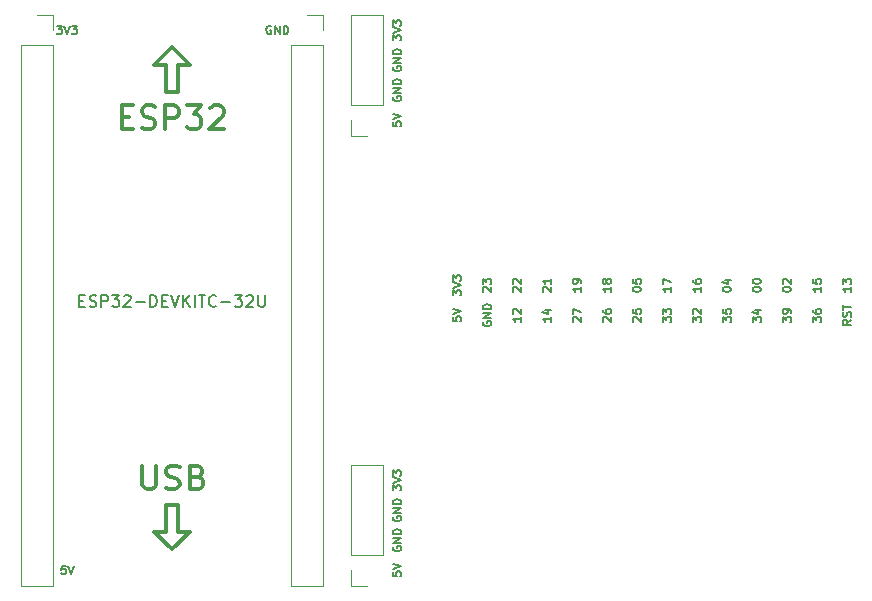
<source format=gto>
G04 #@! TF.GenerationSoftware,KiCad,Pcbnew,5.1.6+dfsg1-1*
G04 #@! TF.CreationDate,2022-05-06T15:08:44-04:00*
G04 #@! TF.ProjectId,esp32-breadboard-adapter,65737033-322d-4627-9265-6164626f6172,rev?*
G04 #@! TF.SameCoordinates,Original*
G04 #@! TF.FileFunction,Legend,Top*
G04 #@! TF.FilePolarity,Positive*
%FSLAX46Y46*%
G04 Gerber Fmt 4.6, Leading zero omitted, Abs format (unit mm)*
G04 Created by KiCad (PCBNEW 5.1.6+dfsg1-1) date 2022-05-06 15:08:44*
%MOMM*%
%LPD*%
G01*
G04 APERTURE LIST*
%ADD10C,0.150000*%
%ADD11C,0.300000*%
%ADD12C,0.120000*%
%ADD13O,1.800000X1.800000*%
%ADD14R,1.800000X1.800000*%
G04 APERTURE END LIST*
D10*
X166132857Y-97818571D02*
X166466190Y-97818571D01*
X166609047Y-98342380D02*
X166132857Y-98342380D01*
X166132857Y-97342380D01*
X166609047Y-97342380D01*
X166990000Y-98294761D02*
X167132857Y-98342380D01*
X167370952Y-98342380D01*
X167466190Y-98294761D01*
X167513809Y-98247142D01*
X167561428Y-98151904D01*
X167561428Y-98056666D01*
X167513809Y-97961428D01*
X167466190Y-97913809D01*
X167370952Y-97866190D01*
X167180476Y-97818571D01*
X167085238Y-97770952D01*
X167037619Y-97723333D01*
X166990000Y-97628095D01*
X166990000Y-97532857D01*
X167037619Y-97437619D01*
X167085238Y-97390000D01*
X167180476Y-97342380D01*
X167418571Y-97342380D01*
X167561428Y-97390000D01*
X167990000Y-98342380D02*
X167990000Y-97342380D01*
X168370952Y-97342380D01*
X168466190Y-97390000D01*
X168513809Y-97437619D01*
X168561428Y-97532857D01*
X168561428Y-97675714D01*
X168513809Y-97770952D01*
X168466190Y-97818571D01*
X168370952Y-97866190D01*
X167990000Y-97866190D01*
X168894761Y-97342380D02*
X169513809Y-97342380D01*
X169180476Y-97723333D01*
X169323333Y-97723333D01*
X169418571Y-97770952D01*
X169466190Y-97818571D01*
X169513809Y-97913809D01*
X169513809Y-98151904D01*
X169466190Y-98247142D01*
X169418571Y-98294761D01*
X169323333Y-98342380D01*
X169037619Y-98342380D01*
X168942380Y-98294761D01*
X168894761Y-98247142D01*
X169894761Y-97437619D02*
X169942380Y-97390000D01*
X170037619Y-97342380D01*
X170275714Y-97342380D01*
X170370952Y-97390000D01*
X170418571Y-97437619D01*
X170466190Y-97532857D01*
X170466190Y-97628095D01*
X170418571Y-97770952D01*
X169847142Y-98342380D01*
X170466190Y-98342380D01*
X170894761Y-97961428D02*
X171656666Y-97961428D01*
X172132857Y-98342380D02*
X172132857Y-97342380D01*
X172370952Y-97342380D01*
X172513809Y-97390000D01*
X172609047Y-97485238D01*
X172656666Y-97580476D01*
X172704285Y-97770952D01*
X172704285Y-97913809D01*
X172656666Y-98104285D01*
X172609047Y-98199523D01*
X172513809Y-98294761D01*
X172370952Y-98342380D01*
X172132857Y-98342380D01*
X173132857Y-97818571D02*
X173466190Y-97818571D01*
X173609047Y-98342380D02*
X173132857Y-98342380D01*
X173132857Y-97342380D01*
X173609047Y-97342380D01*
X173894761Y-97342380D02*
X174228095Y-98342380D01*
X174561428Y-97342380D01*
X174894761Y-98342380D02*
X174894761Y-97342380D01*
X175466190Y-98342380D02*
X175037619Y-97770952D01*
X175466190Y-97342380D02*
X174894761Y-97913809D01*
X175894761Y-98342380D02*
X175894761Y-97342380D01*
X176228095Y-97342380D02*
X176799523Y-97342380D01*
X176513809Y-98342380D02*
X176513809Y-97342380D01*
X177704285Y-98247142D02*
X177656666Y-98294761D01*
X177513809Y-98342380D01*
X177418571Y-98342380D01*
X177275714Y-98294761D01*
X177180476Y-98199523D01*
X177132857Y-98104285D01*
X177085238Y-97913809D01*
X177085238Y-97770952D01*
X177132857Y-97580476D01*
X177180476Y-97485238D01*
X177275714Y-97390000D01*
X177418571Y-97342380D01*
X177513809Y-97342380D01*
X177656666Y-97390000D01*
X177704285Y-97437619D01*
X178132857Y-97961428D02*
X178894761Y-97961428D01*
X179275714Y-97342380D02*
X179894761Y-97342380D01*
X179561428Y-97723333D01*
X179704285Y-97723333D01*
X179799523Y-97770952D01*
X179847142Y-97818571D01*
X179894761Y-97913809D01*
X179894761Y-98151904D01*
X179847142Y-98247142D01*
X179799523Y-98294761D01*
X179704285Y-98342380D01*
X179418571Y-98342380D01*
X179323333Y-98294761D01*
X179275714Y-98247142D01*
X180275714Y-97437619D02*
X180323333Y-97390000D01*
X180418571Y-97342380D01*
X180656666Y-97342380D01*
X180751904Y-97390000D01*
X180799523Y-97437619D01*
X180847142Y-97532857D01*
X180847142Y-97628095D01*
X180799523Y-97770952D01*
X180228095Y-98342380D01*
X180847142Y-98342380D01*
X181275714Y-97342380D02*
X181275714Y-98151904D01*
X181323333Y-98247142D01*
X181370952Y-98294761D01*
X181466190Y-98342380D01*
X181656666Y-98342380D01*
X181751904Y-98294761D01*
X181799523Y-98247142D01*
X181847142Y-98151904D01*
X181847142Y-97342380D01*
X164966666Y-120266666D02*
X164633333Y-120266666D01*
X164600000Y-120600000D01*
X164633333Y-120566666D01*
X164700000Y-120533333D01*
X164866666Y-120533333D01*
X164933333Y-120566666D01*
X164966666Y-120600000D01*
X165000000Y-120666666D01*
X165000000Y-120833333D01*
X164966666Y-120900000D01*
X164933333Y-120933333D01*
X164866666Y-120966666D01*
X164700000Y-120966666D01*
X164633333Y-120933333D01*
X164600000Y-120900000D01*
X165200000Y-120266666D02*
X165433333Y-120966666D01*
X165666666Y-120266666D01*
X182346666Y-74580000D02*
X182280000Y-74546666D01*
X182180000Y-74546666D01*
X182080000Y-74580000D01*
X182013333Y-74646666D01*
X181980000Y-74713333D01*
X181946666Y-74846666D01*
X181946666Y-74946666D01*
X181980000Y-75080000D01*
X182013333Y-75146666D01*
X182080000Y-75213333D01*
X182180000Y-75246666D01*
X182246666Y-75246666D01*
X182346666Y-75213333D01*
X182380000Y-75180000D01*
X182380000Y-74946666D01*
X182246666Y-74946666D01*
X182680000Y-75246666D02*
X182680000Y-74546666D01*
X183080000Y-75246666D01*
X183080000Y-74546666D01*
X183413333Y-75246666D02*
X183413333Y-74546666D01*
X183580000Y-74546666D01*
X183680000Y-74580000D01*
X183746666Y-74646666D01*
X183780000Y-74713333D01*
X183813333Y-74846666D01*
X183813333Y-74946666D01*
X183780000Y-75080000D01*
X183746666Y-75146666D01*
X183680000Y-75213333D01*
X183580000Y-75246666D01*
X183413333Y-75246666D01*
X164233333Y-74546666D02*
X164666666Y-74546666D01*
X164433333Y-74813333D01*
X164533333Y-74813333D01*
X164600000Y-74846666D01*
X164633333Y-74880000D01*
X164666666Y-74946666D01*
X164666666Y-75113333D01*
X164633333Y-75180000D01*
X164600000Y-75213333D01*
X164533333Y-75246666D01*
X164333333Y-75246666D01*
X164266666Y-75213333D01*
X164233333Y-75180000D01*
X164866666Y-74546666D02*
X165100000Y-75246666D01*
X165333333Y-74546666D01*
X165500000Y-74546666D02*
X165933333Y-74546666D01*
X165700000Y-74813333D01*
X165800000Y-74813333D01*
X165866666Y-74846666D01*
X165900000Y-74880000D01*
X165933333Y-74946666D01*
X165933333Y-75113333D01*
X165900000Y-75180000D01*
X165866666Y-75213333D01*
X165800000Y-75246666D01*
X165600000Y-75246666D01*
X165533333Y-75213333D01*
X165500000Y-75180000D01*
D11*
X173490000Y-117390000D02*
X173490000Y-115140000D01*
X172490000Y-117390000D02*
X173990000Y-118890000D01*
X173990000Y-118890000D02*
X175490000Y-117390000D01*
X175490000Y-117390000D02*
X174490000Y-117390000D01*
X171466190Y-111794761D02*
X171466190Y-113413809D01*
X171561428Y-113604285D01*
X171656666Y-113699523D01*
X171847142Y-113794761D01*
X172228095Y-113794761D01*
X172418571Y-113699523D01*
X172513809Y-113604285D01*
X172609047Y-113413809D01*
X172609047Y-111794761D01*
X173466190Y-113699523D02*
X173751904Y-113794761D01*
X174228095Y-113794761D01*
X174418571Y-113699523D01*
X174513809Y-113604285D01*
X174609047Y-113413809D01*
X174609047Y-113223333D01*
X174513809Y-113032857D01*
X174418571Y-112937619D01*
X174228095Y-112842380D01*
X173847142Y-112747142D01*
X173656666Y-112651904D01*
X173561428Y-112556666D01*
X173466190Y-112366190D01*
X173466190Y-112175714D01*
X173561428Y-111985238D01*
X173656666Y-111890000D01*
X173847142Y-111794761D01*
X174323333Y-111794761D01*
X174609047Y-111890000D01*
X176132857Y-112747142D02*
X176418571Y-112842380D01*
X176513809Y-112937619D01*
X176609047Y-113128095D01*
X176609047Y-113413809D01*
X176513809Y-113604285D01*
X176418571Y-113699523D01*
X176228095Y-113794761D01*
X175466190Y-113794761D01*
X175466190Y-111794761D01*
X176132857Y-111794761D01*
X176323333Y-111890000D01*
X176418571Y-111985238D01*
X176513809Y-112175714D01*
X176513809Y-112366190D01*
X176418571Y-112556666D01*
X176323333Y-112651904D01*
X176132857Y-112747142D01*
X175466190Y-112747142D01*
X174490000Y-117390000D02*
X174490000Y-115140000D01*
X174490000Y-115140000D02*
X173490000Y-115140000D01*
X172490000Y-117390000D02*
X173490000Y-117390000D01*
X169704285Y-82247142D02*
X170370952Y-82247142D01*
X170656666Y-83294761D02*
X169704285Y-83294761D01*
X169704285Y-81294761D01*
X170656666Y-81294761D01*
X171418571Y-83199523D02*
X171704285Y-83294761D01*
X172180476Y-83294761D01*
X172370952Y-83199523D01*
X172466190Y-83104285D01*
X172561428Y-82913809D01*
X172561428Y-82723333D01*
X172466190Y-82532857D01*
X172370952Y-82437619D01*
X172180476Y-82342380D01*
X171799523Y-82247142D01*
X171609047Y-82151904D01*
X171513809Y-82056666D01*
X171418571Y-81866190D01*
X171418571Y-81675714D01*
X171513809Y-81485238D01*
X171609047Y-81390000D01*
X171799523Y-81294761D01*
X172275714Y-81294761D01*
X172561428Y-81390000D01*
X173418571Y-83294761D02*
X173418571Y-81294761D01*
X174180476Y-81294761D01*
X174370952Y-81390000D01*
X174466190Y-81485238D01*
X174561428Y-81675714D01*
X174561428Y-81961428D01*
X174466190Y-82151904D01*
X174370952Y-82247142D01*
X174180476Y-82342380D01*
X173418571Y-82342380D01*
X175228095Y-81294761D02*
X176466190Y-81294761D01*
X175799523Y-82056666D01*
X176085238Y-82056666D01*
X176275714Y-82151904D01*
X176370952Y-82247142D01*
X176466190Y-82437619D01*
X176466190Y-82913809D01*
X176370952Y-83104285D01*
X176275714Y-83199523D01*
X176085238Y-83294761D01*
X175513809Y-83294761D01*
X175323333Y-83199523D01*
X175228095Y-83104285D01*
X177228095Y-81485238D02*
X177323333Y-81390000D01*
X177513809Y-81294761D01*
X177990000Y-81294761D01*
X178180476Y-81390000D01*
X178275714Y-81485238D01*
X178370952Y-81675714D01*
X178370952Y-81866190D01*
X178275714Y-82151904D01*
X177132857Y-83294761D01*
X178370952Y-83294761D01*
X174490000Y-77890000D02*
X174490000Y-80140000D01*
X175490000Y-77890000D02*
X174490000Y-77890000D01*
X173490000Y-80140000D02*
X174490000Y-80140000D01*
X173490000Y-77890000D02*
X173490000Y-80140000D01*
X172490000Y-77890000D02*
X173490000Y-77890000D01*
X175490000Y-77890000D02*
X173990000Y-76390000D01*
X173990000Y-76390000D02*
X172490000Y-77890000D01*
D10*
X225676666Y-99626666D02*
X225676666Y-99193333D01*
X225943333Y-99426666D01*
X225943333Y-99326666D01*
X225976666Y-99260000D01*
X226010000Y-99226666D01*
X226076666Y-99193333D01*
X226243333Y-99193333D01*
X226310000Y-99226666D01*
X226343333Y-99260000D01*
X226376666Y-99326666D01*
X226376666Y-99526666D01*
X226343333Y-99593333D01*
X226310000Y-99626666D01*
X226376666Y-98860000D02*
X226376666Y-98726666D01*
X226343333Y-98660000D01*
X226310000Y-98626666D01*
X226210000Y-98560000D01*
X226076666Y-98526666D01*
X225810000Y-98526666D01*
X225743333Y-98560000D01*
X225710000Y-98593333D01*
X225676666Y-98660000D01*
X225676666Y-98793333D01*
X225710000Y-98860000D01*
X225743333Y-98893333D01*
X225810000Y-98926666D01*
X225976666Y-98926666D01*
X226043333Y-98893333D01*
X226076666Y-98860000D01*
X226110000Y-98793333D01*
X226110000Y-98660000D01*
X226076666Y-98593333D01*
X226043333Y-98560000D01*
X225976666Y-98526666D01*
X228216666Y-99626666D02*
X228216666Y-99193333D01*
X228483333Y-99426666D01*
X228483333Y-99326666D01*
X228516666Y-99260000D01*
X228550000Y-99226666D01*
X228616666Y-99193333D01*
X228783333Y-99193333D01*
X228850000Y-99226666D01*
X228883333Y-99260000D01*
X228916666Y-99326666D01*
X228916666Y-99526666D01*
X228883333Y-99593333D01*
X228850000Y-99626666D01*
X228216666Y-98593333D02*
X228216666Y-98726666D01*
X228250000Y-98793333D01*
X228283333Y-98826666D01*
X228383333Y-98893333D01*
X228516666Y-98926666D01*
X228783333Y-98926666D01*
X228850000Y-98893333D01*
X228883333Y-98860000D01*
X228916666Y-98793333D01*
X228916666Y-98660000D01*
X228883333Y-98593333D01*
X228850000Y-98560000D01*
X228783333Y-98526666D01*
X228616666Y-98526666D01*
X228550000Y-98560000D01*
X228516666Y-98593333D01*
X228483333Y-98660000D01*
X228483333Y-98793333D01*
X228516666Y-98860000D01*
X228550000Y-98893333D01*
X228616666Y-98926666D01*
X231456666Y-99443333D02*
X231123333Y-99676666D01*
X231456666Y-99843333D02*
X230756666Y-99843333D01*
X230756666Y-99576666D01*
X230790000Y-99510000D01*
X230823333Y-99476666D01*
X230890000Y-99443333D01*
X230990000Y-99443333D01*
X231056666Y-99476666D01*
X231090000Y-99510000D01*
X231123333Y-99576666D01*
X231123333Y-99843333D01*
X231423333Y-99176666D02*
X231456666Y-99076666D01*
X231456666Y-98910000D01*
X231423333Y-98843333D01*
X231390000Y-98810000D01*
X231323333Y-98776666D01*
X231256666Y-98776666D01*
X231190000Y-98810000D01*
X231156666Y-98843333D01*
X231123333Y-98910000D01*
X231090000Y-99043333D01*
X231056666Y-99110000D01*
X231023333Y-99143333D01*
X230956666Y-99176666D01*
X230890000Y-99176666D01*
X230823333Y-99143333D01*
X230790000Y-99110000D01*
X230756666Y-99043333D01*
X230756666Y-98876666D01*
X230790000Y-98776666D01*
X230756666Y-98576666D02*
X230756666Y-98176666D01*
X231456666Y-98376666D02*
X230756666Y-98376666D01*
X220596666Y-99626666D02*
X220596666Y-99193333D01*
X220863333Y-99426666D01*
X220863333Y-99326666D01*
X220896666Y-99260000D01*
X220930000Y-99226666D01*
X220996666Y-99193333D01*
X221163333Y-99193333D01*
X221230000Y-99226666D01*
X221263333Y-99260000D01*
X221296666Y-99326666D01*
X221296666Y-99526666D01*
X221263333Y-99593333D01*
X221230000Y-99626666D01*
X220596666Y-98560000D02*
X220596666Y-98893333D01*
X220930000Y-98926666D01*
X220896666Y-98893333D01*
X220863333Y-98826666D01*
X220863333Y-98660000D01*
X220896666Y-98593333D01*
X220930000Y-98560000D01*
X220996666Y-98526666D01*
X221163333Y-98526666D01*
X221230000Y-98560000D01*
X221263333Y-98593333D01*
X221296666Y-98660000D01*
X221296666Y-98826666D01*
X221263333Y-98893333D01*
X221230000Y-98926666D01*
X213043333Y-99593333D02*
X213010000Y-99560000D01*
X212976666Y-99493333D01*
X212976666Y-99326666D01*
X213010000Y-99260000D01*
X213043333Y-99226666D01*
X213110000Y-99193333D01*
X213176666Y-99193333D01*
X213276666Y-99226666D01*
X213676666Y-99626666D01*
X213676666Y-99193333D01*
X212976666Y-98560000D02*
X212976666Y-98893333D01*
X213310000Y-98926666D01*
X213276666Y-98893333D01*
X213243333Y-98826666D01*
X213243333Y-98660000D01*
X213276666Y-98593333D01*
X213310000Y-98560000D01*
X213376666Y-98526666D01*
X213543333Y-98526666D01*
X213610000Y-98560000D01*
X213643333Y-98593333D01*
X213676666Y-98660000D01*
X213676666Y-98826666D01*
X213643333Y-98893333D01*
X213610000Y-98926666D01*
X215516666Y-99626666D02*
X215516666Y-99193333D01*
X215783333Y-99426666D01*
X215783333Y-99326666D01*
X215816666Y-99260000D01*
X215850000Y-99226666D01*
X215916666Y-99193333D01*
X216083333Y-99193333D01*
X216150000Y-99226666D01*
X216183333Y-99260000D01*
X216216666Y-99326666D01*
X216216666Y-99526666D01*
X216183333Y-99593333D01*
X216150000Y-99626666D01*
X215516666Y-98960000D02*
X215516666Y-98526666D01*
X215783333Y-98760000D01*
X215783333Y-98660000D01*
X215816666Y-98593333D01*
X215850000Y-98560000D01*
X215916666Y-98526666D01*
X216083333Y-98526666D01*
X216150000Y-98560000D01*
X216183333Y-98593333D01*
X216216666Y-98660000D01*
X216216666Y-98860000D01*
X216183333Y-98926666D01*
X216150000Y-98960000D01*
X223136666Y-99626666D02*
X223136666Y-99193333D01*
X223403333Y-99426666D01*
X223403333Y-99326666D01*
X223436666Y-99260000D01*
X223470000Y-99226666D01*
X223536666Y-99193333D01*
X223703333Y-99193333D01*
X223770000Y-99226666D01*
X223803333Y-99260000D01*
X223836666Y-99326666D01*
X223836666Y-99526666D01*
X223803333Y-99593333D01*
X223770000Y-99626666D01*
X223370000Y-98593333D02*
X223836666Y-98593333D01*
X223103333Y-98760000D02*
X223603333Y-98926666D01*
X223603333Y-98493333D01*
X218056666Y-99626666D02*
X218056666Y-99193333D01*
X218323333Y-99426666D01*
X218323333Y-99326666D01*
X218356666Y-99260000D01*
X218390000Y-99226666D01*
X218456666Y-99193333D01*
X218623333Y-99193333D01*
X218690000Y-99226666D01*
X218723333Y-99260000D01*
X218756666Y-99326666D01*
X218756666Y-99526666D01*
X218723333Y-99593333D01*
X218690000Y-99626666D01*
X218123333Y-98926666D02*
X218090000Y-98893333D01*
X218056666Y-98826666D01*
X218056666Y-98660000D01*
X218090000Y-98593333D01*
X218123333Y-98560000D01*
X218190000Y-98526666D01*
X218256666Y-98526666D01*
X218356666Y-98560000D01*
X218756666Y-98960000D01*
X218756666Y-98526666D01*
X207963333Y-99593333D02*
X207930000Y-99560000D01*
X207896666Y-99493333D01*
X207896666Y-99326666D01*
X207930000Y-99260000D01*
X207963333Y-99226666D01*
X208030000Y-99193333D01*
X208096666Y-99193333D01*
X208196666Y-99226666D01*
X208596666Y-99626666D01*
X208596666Y-99193333D01*
X207896666Y-98960000D02*
X207896666Y-98493333D01*
X208596666Y-98793333D01*
X200310000Y-99593333D02*
X200276666Y-99660000D01*
X200276666Y-99760000D01*
X200310000Y-99860000D01*
X200376666Y-99926666D01*
X200443333Y-99960000D01*
X200576666Y-99993333D01*
X200676666Y-99993333D01*
X200810000Y-99960000D01*
X200876666Y-99926666D01*
X200943333Y-99860000D01*
X200976666Y-99760000D01*
X200976666Y-99693333D01*
X200943333Y-99593333D01*
X200910000Y-99560000D01*
X200676666Y-99560000D01*
X200676666Y-99693333D01*
X200976666Y-99260000D02*
X200276666Y-99260000D01*
X200976666Y-98860000D01*
X200276666Y-98860000D01*
X200976666Y-98526666D02*
X200276666Y-98526666D01*
X200276666Y-98360000D01*
X200310000Y-98260000D01*
X200376666Y-98193333D01*
X200443333Y-98160000D01*
X200576666Y-98126666D01*
X200676666Y-98126666D01*
X200810000Y-98160000D01*
X200876666Y-98193333D01*
X200943333Y-98260000D01*
X200976666Y-98360000D01*
X200976666Y-98526666D01*
X203516666Y-99193333D02*
X203516666Y-99593333D01*
X203516666Y-99393333D02*
X202816666Y-99393333D01*
X202916666Y-99460000D01*
X202983333Y-99526666D01*
X203016666Y-99593333D01*
X202883333Y-98926666D02*
X202850000Y-98893333D01*
X202816666Y-98826666D01*
X202816666Y-98660000D01*
X202850000Y-98593333D01*
X202883333Y-98560000D01*
X202950000Y-98526666D01*
X203016666Y-98526666D01*
X203116666Y-98560000D01*
X203516666Y-98960000D01*
X203516666Y-98526666D01*
X210503333Y-99593333D02*
X210470000Y-99560000D01*
X210436666Y-99493333D01*
X210436666Y-99326666D01*
X210470000Y-99260000D01*
X210503333Y-99226666D01*
X210570000Y-99193333D01*
X210636666Y-99193333D01*
X210736666Y-99226666D01*
X211136666Y-99626666D01*
X211136666Y-99193333D01*
X210436666Y-98593333D02*
X210436666Y-98726666D01*
X210470000Y-98793333D01*
X210503333Y-98826666D01*
X210603333Y-98893333D01*
X210736666Y-98926666D01*
X211003333Y-98926666D01*
X211070000Y-98893333D01*
X211103333Y-98860000D01*
X211136666Y-98793333D01*
X211136666Y-98660000D01*
X211103333Y-98593333D01*
X211070000Y-98560000D01*
X211003333Y-98526666D01*
X210836666Y-98526666D01*
X210770000Y-98560000D01*
X210736666Y-98593333D01*
X210703333Y-98660000D01*
X210703333Y-98793333D01*
X210736666Y-98860000D01*
X210770000Y-98893333D01*
X210836666Y-98926666D01*
X206056666Y-99193333D02*
X206056666Y-99593333D01*
X206056666Y-99393333D02*
X205356666Y-99393333D01*
X205456666Y-99460000D01*
X205523333Y-99526666D01*
X205556666Y-99593333D01*
X205590000Y-98593333D02*
X206056666Y-98593333D01*
X205323333Y-98760000D02*
X205823333Y-98926666D01*
X205823333Y-98493333D01*
X197736666Y-99193333D02*
X197736666Y-99526666D01*
X198070000Y-99560000D01*
X198036666Y-99526666D01*
X198003333Y-99460000D01*
X198003333Y-99293333D01*
X198036666Y-99226666D01*
X198070000Y-99193333D01*
X198136666Y-99160000D01*
X198303333Y-99160000D01*
X198370000Y-99193333D01*
X198403333Y-99226666D01*
X198436666Y-99293333D01*
X198436666Y-99460000D01*
X198403333Y-99526666D01*
X198370000Y-99560000D01*
X197736666Y-98960000D02*
X198436666Y-98726666D01*
X197736666Y-98493333D01*
X231456666Y-96653333D02*
X231456666Y-97053333D01*
X231456666Y-96853333D02*
X230756666Y-96853333D01*
X230856666Y-96920000D01*
X230923333Y-96986666D01*
X230956666Y-97053333D01*
X230756666Y-96420000D02*
X230756666Y-95986666D01*
X231023333Y-96220000D01*
X231023333Y-96120000D01*
X231056666Y-96053333D01*
X231090000Y-96020000D01*
X231156666Y-95986666D01*
X231323333Y-95986666D01*
X231390000Y-96020000D01*
X231423333Y-96053333D01*
X231456666Y-96120000D01*
X231456666Y-96320000D01*
X231423333Y-96386666D01*
X231390000Y-96420000D01*
X228916666Y-96653333D02*
X228916666Y-97053333D01*
X228916666Y-96853333D02*
X228216666Y-96853333D01*
X228316666Y-96920000D01*
X228383333Y-96986666D01*
X228416666Y-97053333D01*
X228216666Y-96020000D02*
X228216666Y-96353333D01*
X228550000Y-96386666D01*
X228516666Y-96353333D01*
X228483333Y-96286666D01*
X228483333Y-96120000D01*
X228516666Y-96053333D01*
X228550000Y-96020000D01*
X228616666Y-95986666D01*
X228783333Y-95986666D01*
X228850000Y-96020000D01*
X228883333Y-96053333D01*
X228916666Y-96120000D01*
X228916666Y-96286666D01*
X228883333Y-96353333D01*
X228850000Y-96386666D01*
X218756666Y-96653333D02*
X218756666Y-97053333D01*
X218756666Y-96853333D02*
X218056666Y-96853333D01*
X218156666Y-96920000D01*
X218223333Y-96986666D01*
X218256666Y-97053333D01*
X218056666Y-96053333D02*
X218056666Y-96186666D01*
X218090000Y-96253333D01*
X218123333Y-96286666D01*
X218223333Y-96353333D01*
X218356666Y-96386666D01*
X218623333Y-96386666D01*
X218690000Y-96353333D01*
X218723333Y-96320000D01*
X218756666Y-96253333D01*
X218756666Y-96120000D01*
X218723333Y-96053333D01*
X218690000Y-96020000D01*
X218623333Y-95986666D01*
X218456666Y-95986666D01*
X218390000Y-96020000D01*
X218356666Y-96053333D01*
X218323333Y-96120000D01*
X218323333Y-96253333D01*
X218356666Y-96320000D01*
X218390000Y-96353333D01*
X218456666Y-96386666D01*
X225676666Y-96886666D02*
X225676666Y-96820000D01*
X225710000Y-96753333D01*
X225743333Y-96720000D01*
X225810000Y-96686666D01*
X225943333Y-96653333D01*
X226110000Y-96653333D01*
X226243333Y-96686666D01*
X226310000Y-96720000D01*
X226343333Y-96753333D01*
X226376666Y-96820000D01*
X226376666Y-96886666D01*
X226343333Y-96953333D01*
X226310000Y-96986666D01*
X226243333Y-97020000D01*
X226110000Y-97053333D01*
X225943333Y-97053333D01*
X225810000Y-97020000D01*
X225743333Y-96986666D01*
X225710000Y-96953333D01*
X225676666Y-96886666D01*
X225743333Y-96386666D02*
X225710000Y-96353333D01*
X225676666Y-96286666D01*
X225676666Y-96120000D01*
X225710000Y-96053333D01*
X225743333Y-96020000D01*
X225810000Y-95986666D01*
X225876666Y-95986666D01*
X225976666Y-96020000D01*
X226376666Y-96420000D01*
X226376666Y-95986666D01*
X223136666Y-96886666D02*
X223136666Y-96820000D01*
X223170000Y-96753333D01*
X223203333Y-96720000D01*
X223270000Y-96686666D01*
X223403333Y-96653333D01*
X223570000Y-96653333D01*
X223703333Y-96686666D01*
X223770000Y-96720000D01*
X223803333Y-96753333D01*
X223836666Y-96820000D01*
X223836666Y-96886666D01*
X223803333Y-96953333D01*
X223770000Y-96986666D01*
X223703333Y-97020000D01*
X223570000Y-97053333D01*
X223403333Y-97053333D01*
X223270000Y-97020000D01*
X223203333Y-96986666D01*
X223170000Y-96953333D01*
X223136666Y-96886666D01*
X223136666Y-96220000D02*
X223136666Y-96153333D01*
X223170000Y-96086666D01*
X223203333Y-96053333D01*
X223270000Y-96020000D01*
X223403333Y-95986666D01*
X223570000Y-95986666D01*
X223703333Y-96020000D01*
X223770000Y-96053333D01*
X223803333Y-96086666D01*
X223836666Y-96153333D01*
X223836666Y-96220000D01*
X223803333Y-96286666D01*
X223770000Y-96320000D01*
X223703333Y-96353333D01*
X223570000Y-96386666D01*
X223403333Y-96386666D01*
X223270000Y-96353333D01*
X223203333Y-96320000D01*
X223170000Y-96286666D01*
X223136666Y-96220000D01*
X216216666Y-96653333D02*
X216216666Y-97053333D01*
X216216666Y-96853333D02*
X215516666Y-96853333D01*
X215616666Y-96920000D01*
X215683333Y-96986666D01*
X215716666Y-97053333D01*
X215516666Y-96420000D02*
X215516666Y-95953333D01*
X216216666Y-96253333D01*
X220596666Y-96886666D02*
X220596666Y-96820000D01*
X220630000Y-96753333D01*
X220663333Y-96720000D01*
X220730000Y-96686666D01*
X220863333Y-96653333D01*
X221030000Y-96653333D01*
X221163333Y-96686666D01*
X221230000Y-96720000D01*
X221263333Y-96753333D01*
X221296666Y-96820000D01*
X221296666Y-96886666D01*
X221263333Y-96953333D01*
X221230000Y-96986666D01*
X221163333Y-97020000D01*
X221030000Y-97053333D01*
X220863333Y-97053333D01*
X220730000Y-97020000D01*
X220663333Y-96986666D01*
X220630000Y-96953333D01*
X220596666Y-96886666D01*
X220830000Y-96053333D02*
X221296666Y-96053333D01*
X220563333Y-96220000D02*
X221063333Y-96386666D01*
X221063333Y-95953333D01*
X212976666Y-96886666D02*
X212976666Y-96820000D01*
X213010000Y-96753333D01*
X213043333Y-96720000D01*
X213110000Y-96686666D01*
X213243333Y-96653333D01*
X213410000Y-96653333D01*
X213543333Y-96686666D01*
X213610000Y-96720000D01*
X213643333Y-96753333D01*
X213676666Y-96820000D01*
X213676666Y-96886666D01*
X213643333Y-96953333D01*
X213610000Y-96986666D01*
X213543333Y-97020000D01*
X213410000Y-97053333D01*
X213243333Y-97053333D01*
X213110000Y-97020000D01*
X213043333Y-96986666D01*
X213010000Y-96953333D01*
X212976666Y-96886666D01*
X212976666Y-96020000D02*
X212976666Y-96353333D01*
X213310000Y-96386666D01*
X213276666Y-96353333D01*
X213243333Y-96286666D01*
X213243333Y-96120000D01*
X213276666Y-96053333D01*
X213310000Y-96020000D01*
X213376666Y-95986666D01*
X213543333Y-95986666D01*
X213610000Y-96020000D01*
X213643333Y-96053333D01*
X213676666Y-96120000D01*
X213676666Y-96286666D01*
X213643333Y-96353333D01*
X213610000Y-96386666D01*
X211136666Y-96653333D02*
X211136666Y-97053333D01*
X211136666Y-96853333D02*
X210436666Y-96853333D01*
X210536666Y-96920000D01*
X210603333Y-96986666D01*
X210636666Y-97053333D01*
X210736666Y-96253333D02*
X210703333Y-96320000D01*
X210670000Y-96353333D01*
X210603333Y-96386666D01*
X210570000Y-96386666D01*
X210503333Y-96353333D01*
X210470000Y-96320000D01*
X210436666Y-96253333D01*
X210436666Y-96120000D01*
X210470000Y-96053333D01*
X210503333Y-96020000D01*
X210570000Y-95986666D01*
X210603333Y-95986666D01*
X210670000Y-96020000D01*
X210703333Y-96053333D01*
X210736666Y-96120000D01*
X210736666Y-96253333D01*
X210770000Y-96320000D01*
X210803333Y-96353333D01*
X210870000Y-96386666D01*
X211003333Y-96386666D01*
X211070000Y-96353333D01*
X211103333Y-96320000D01*
X211136666Y-96253333D01*
X211136666Y-96120000D01*
X211103333Y-96053333D01*
X211070000Y-96020000D01*
X211003333Y-95986666D01*
X210870000Y-95986666D01*
X210803333Y-96020000D01*
X210770000Y-96053333D01*
X210736666Y-96120000D01*
X205423333Y-97053333D02*
X205390000Y-97020000D01*
X205356666Y-96953333D01*
X205356666Y-96786666D01*
X205390000Y-96720000D01*
X205423333Y-96686666D01*
X205490000Y-96653333D01*
X205556666Y-96653333D01*
X205656666Y-96686666D01*
X206056666Y-97086666D01*
X206056666Y-96653333D01*
X206056666Y-95986666D02*
X206056666Y-96386666D01*
X206056666Y-96186666D02*
X205356666Y-96186666D01*
X205456666Y-96253333D01*
X205523333Y-96320000D01*
X205556666Y-96386666D01*
X208596666Y-96653333D02*
X208596666Y-97053333D01*
X208596666Y-96853333D02*
X207896666Y-96853333D01*
X207996666Y-96920000D01*
X208063333Y-96986666D01*
X208096666Y-97053333D01*
X208596666Y-96320000D02*
X208596666Y-96186666D01*
X208563333Y-96120000D01*
X208530000Y-96086666D01*
X208430000Y-96020000D01*
X208296666Y-95986666D01*
X208030000Y-95986666D01*
X207963333Y-96020000D01*
X207930000Y-96053333D01*
X207896666Y-96120000D01*
X207896666Y-96253333D01*
X207930000Y-96320000D01*
X207963333Y-96353333D01*
X208030000Y-96386666D01*
X208196666Y-96386666D01*
X208263333Y-96353333D01*
X208296666Y-96320000D01*
X208330000Y-96253333D01*
X208330000Y-96120000D01*
X208296666Y-96053333D01*
X208263333Y-96020000D01*
X208196666Y-95986666D01*
X202883333Y-97053333D02*
X202850000Y-97020000D01*
X202816666Y-96953333D01*
X202816666Y-96786666D01*
X202850000Y-96720000D01*
X202883333Y-96686666D01*
X202950000Y-96653333D01*
X203016666Y-96653333D01*
X203116666Y-96686666D01*
X203516666Y-97086666D01*
X203516666Y-96653333D01*
X202883333Y-96386666D02*
X202850000Y-96353333D01*
X202816666Y-96286666D01*
X202816666Y-96120000D01*
X202850000Y-96053333D01*
X202883333Y-96020000D01*
X202950000Y-95986666D01*
X203016666Y-95986666D01*
X203116666Y-96020000D01*
X203516666Y-96420000D01*
X203516666Y-95986666D01*
X200343333Y-97053333D02*
X200310000Y-97020000D01*
X200276666Y-96953333D01*
X200276666Y-96786666D01*
X200310000Y-96720000D01*
X200343333Y-96686666D01*
X200410000Y-96653333D01*
X200476666Y-96653333D01*
X200576666Y-96686666D01*
X200976666Y-97086666D01*
X200976666Y-96653333D01*
X200276666Y-96420000D02*
X200276666Y-95986666D01*
X200543333Y-96220000D01*
X200543333Y-96120000D01*
X200576666Y-96053333D01*
X200610000Y-96020000D01*
X200676666Y-95986666D01*
X200843333Y-95986666D01*
X200910000Y-96020000D01*
X200943333Y-96053333D01*
X200976666Y-96120000D01*
X200976666Y-96320000D01*
X200943333Y-96386666D01*
X200910000Y-96420000D01*
X197736666Y-97386666D02*
X197736666Y-96953333D01*
X198003333Y-97186666D01*
X198003333Y-97086666D01*
X198036666Y-97020000D01*
X198070000Y-96986666D01*
X198136666Y-96953333D01*
X198303333Y-96953333D01*
X198370000Y-96986666D01*
X198403333Y-97020000D01*
X198436666Y-97086666D01*
X198436666Y-97286666D01*
X198403333Y-97353333D01*
X198370000Y-97386666D01*
X197736666Y-96753333D02*
X198436666Y-96520000D01*
X197736666Y-96286666D01*
X197736666Y-96120000D02*
X197736666Y-95686666D01*
X198003333Y-95920000D01*
X198003333Y-95820000D01*
X198036666Y-95753333D01*
X198070000Y-95720000D01*
X198136666Y-95686666D01*
X198303333Y-95686666D01*
X198370000Y-95720000D01*
X198403333Y-95753333D01*
X198436666Y-95820000D01*
X198436666Y-96020000D01*
X198403333Y-96086666D01*
X198370000Y-96120000D01*
X192690000Y-118643333D02*
X192656666Y-118710000D01*
X192656666Y-118810000D01*
X192690000Y-118910000D01*
X192756666Y-118976666D01*
X192823333Y-119010000D01*
X192956666Y-119043333D01*
X193056666Y-119043333D01*
X193190000Y-119010000D01*
X193256666Y-118976666D01*
X193323333Y-118910000D01*
X193356666Y-118810000D01*
X193356666Y-118743333D01*
X193323333Y-118643333D01*
X193290000Y-118610000D01*
X193056666Y-118610000D01*
X193056666Y-118743333D01*
X193356666Y-118310000D02*
X192656666Y-118310000D01*
X193356666Y-117910000D01*
X192656666Y-117910000D01*
X193356666Y-117576666D02*
X192656666Y-117576666D01*
X192656666Y-117410000D01*
X192690000Y-117310000D01*
X192756666Y-117243333D01*
X192823333Y-117210000D01*
X192956666Y-117176666D01*
X193056666Y-117176666D01*
X193190000Y-117210000D01*
X193256666Y-117243333D01*
X193323333Y-117310000D01*
X193356666Y-117410000D01*
X193356666Y-117576666D01*
X192656666Y-120783333D02*
X192656666Y-121116666D01*
X192990000Y-121150000D01*
X192956666Y-121116666D01*
X192923333Y-121050000D01*
X192923333Y-120883333D01*
X192956666Y-120816666D01*
X192990000Y-120783333D01*
X193056666Y-120750000D01*
X193223333Y-120750000D01*
X193290000Y-120783333D01*
X193323333Y-120816666D01*
X193356666Y-120883333D01*
X193356666Y-121050000D01*
X193323333Y-121116666D01*
X193290000Y-121150000D01*
X192656666Y-120550000D02*
X193356666Y-120316666D01*
X192656666Y-120083333D01*
X192656666Y-113896666D02*
X192656666Y-113463333D01*
X192923333Y-113696666D01*
X192923333Y-113596666D01*
X192956666Y-113530000D01*
X192990000Y-113496666D01*
X193056666Y-113463333D01*
X193223333Y-113463333D01*
X193290000Y-113496666D01*
X193323333Y-113530000D01*
X193356666Y-113596666D01*
X193356666Y-113796666D01*
X193323333Y-113863333D01*
X193290000Y-113896666D01*
X192656666Y-113263333D02*
X193356666Y-113030000D01*
X192656666Y-112796666D01*
X192656666Y-112630000D02*
X192656666Y-112196666D01*
X192923333Y-112430000D01*
X192923333Y-112330000D01*
X192956666Y-112263333D01*
X192990000Y-112230000D01*
X193056666Y-112196666D01*
X193223333Y-112196666D01*
X193290000Y-112230000D01*
X193323333Y-112263333D01*
X193356666Y-112330000D01*
X193356666Y-112530000D01*
X193323333Y-112596666D01*
X193290000Y-112630000D01*
X192690000Y-116103333D02*
X192656666Y-116170000D01*
X192656666Y-116270000D01*
X192690000Y-116370000D01*
X192756666Y-116436666D01*
X192823333Y-116470000D01*
X192956666Y-116503333D01*
X193056666Y-116503333D01*
X193190000Y-116470000D01*
X193256666Y-116436666D01*
X193323333Y-116370000D01*
X193356666Y-116270000D01*
X193356666Y-116203333D01*
X193323333Y-116103333D01*
X193290000Y-116070000D01*
X193056666Y-116070000D01*
X193056666Y-116203333D01*
X193356666Y-115770000D02*
X192656666Y-115770000D01*
X193356666Y-115370000D01*
X192656666Y-115370000D01*
X193356666Y-115036666D02*
X192656666Y-115036666D01*
X192656666Y-114870000D01*
X192690000Y-114770000D01*
X192756666Y-114703333D01*
X192823333Y-114670000D01*
X192956666Y-114636666D01*
X193056666Y-114636666D01*
X193190000Y-114670000D01*
X193256666Y-114703333D01*
X193323333Y-114770000D01*
X193356666Y-114870000D01*
X193356666Y-115036666D01*
X192656666Y-75796666D02*
X192656666Y-75363333D01*
X192923333Y-75596666D01*
X192923333Y-75496666D01*
X192956666Y-75430000D01*
X192990000Y-75396666D01*
X193056666Y-75363333D01*
X193223333Y-75363333D01*
X193290000Y-75396666D01*
X193323333Y-75430000D01*
X193356666Y-75496666D01*
X193356666Y-75696666D01*
X193323333Y-75763333D01*
X193290000Y-75796666D01*
X192656666Y-75163333D02*
X193356666Y-74930000D01*
X192656666Y-74696666D01*
X192656666Y-74530000D02*
X192656666Y-74096666D01*
X192923333Y-74330000D01*
X192923333Y-74230000D01*
X192956666Y-74163333D01*
X192990000Y-74130000D01*
X193056666Y-74096666D01*
X193223333Y-74096666D01*
X193290000Y-74130000D01*
X193323333Y-74163333D01*
X193356666Y-74230000D01*
X193356666Y-74430000D01*
X193323333Y-74496666D01*
X193290000Y-74530000D01*
X192690000Y-80543333D02*
X192656666Y-80610000D01*
X192656666Y-80710000D01*
X192690000Y-80810000D01*
X192756666Y-80876666D01*
X192823333Y-80910000D01*
X192956666Y-80943333D01*
X193056666Y-80943333D01*
X193190000Y-80910000D01*
X193256666Y-80876666D01*
X193323333Y-80810000D01*
X193356666Y-80710000D01*
X193356666Y-80643333D01*
X193323333Y-80543333D01*
X193290000Y-80510000D01*
X193056666Y-80510000D01*
X193056666Y-80643333D01*
X193356666Y-80210000D02*
X192656666Y-80210000D01*
X193356666Y-79810000D01*
X192656666Y-79810000D01*
X193356666Y-79476666D02*
X192656666Y-79476666D01*
X192656666Y-79310000D01*
X192690000Y-79210000D01*
X192756666Y-79143333D01*
X192823333Y-79110000D01*
X192956666Y-79076666D01*
X193056666Y-79076666D01*
X193190000Y-79110000D01*
X193256666Y-79143333D01*
X193323333Y-79210000D01*
X193356666Y-79310000D01*
X193356666Y-79476666D01*
X192690000Y-78003333D02*
X192656666Y-78070000D01*
X192656666Y-78170000D01*
X192690000Y-78270000D01*
X192756666Y-78336666D01*
X192823333Y-78370000D01*
X192956666Y-78403333D01*
X193056666Y-78403333D01*
X193190000Y-78370000D01*
X193256666Y-78336666D01*
X193323333Y-78270000D01*
X193356666Y-78170000D01*
X193356666Y-78103333D01*
X193323333Y-78003333D01*
X193290000Y-77970000D01*
X193056666Y-77970000D01*
X193056666Y-78103333D01*
X193356666Y-77670000D02*
X192656666Y-77670000D01*
X193356666Y-77270000D01*
X192656666Y-77270000D01*
X193356666Y-76936666D02*
X192656666Y-76936666D01*
X192656666Y-76770000D01*
X192690000Y-76670000D01*
X192756666Y-76603333D01*
X192823333Y-76570000D01*
X192956666Y-76536666D01*
X193056666Y-76536666D01*
X193190000Y-76570000D01*
X193256666Y-76603333D01*
X193323333Y-76670000D01*
X193356666Y-76770000D01*
X193356666Y-76936666D01*
X192656666Y-82683333D02*
X192656666Y-83016666D01*
X192990000Y-83050000D01*
X192956666Y-83016666D01*
X192923333Y-82950000D01*
X192923333Y-82783333D01*
X192956666Y-82716666D01*
X192990000Y-82683333D01*
X193056666Y-82650000D01*
X193223333Y-82650000D01*
X193290000Y-82683333D01*
X193323333Y-82716666D01*
X193356666Y-82783333D01*
X193356666Y-82950000D01*
X193323333Y-83016666D01*
X193290000Y-83050000D01*
X192656666Y-82450000D02*
X193356666Y-82216666D01*
X192656666Y-81983333D01*
D12*
X191830000Y-119380000D02*
X189170000Y-119380000D01*
X191830000Y-119380000D02*
X191830000Y-111700000D01*
X191830000Y-111700000D02*
X189170000Y-111700000D01*
X189170000Y-119380000D02*
X189170000Y-111700000D01*
X189170000Y-121980000D02*
X189170000Y-120650000D01*
X190500000Y-121980000D02*
X189170000Y-121980000D01*
X191830000Y-81280000D02*
X189170000Y-81280000D01*
X191830000Y-81280000D02*
X191830000Y-73600000D01*
X191830000Y-73600000D02*
X189170000Y-73600000D01*
X189170000Y-81280000D02*
X189170000Y-73600000D01*
X189170000Y-83880000D02*
X189170000Y-82550000D01*
X190500000Y-83880000D02*
X189170000Y-83880000D01*
X184090000Y-76200000D02*
X186750000Y-76200000D01*
X184090000Y-76200000D02*
X184090000Y-121980000D01*
X184090000Y-121980000D02*
X186750000Y-121980000D01*
X186750000Y-76200000D02*
X186750000Y-121980000D01*
X186750000Y-73600000D02*
X186750000Y-74930000D01*
X185420000Y-73600000D02*
X186750000Y-73600000D01*
X161230000Y-76200000D02*
X163890000Y-76200000D01*
X161230000Y-76200000D02*
X161230000Y-121980000D01*
X161230000Y-121980000D02*
X163890000Y-121980000D01*
X163890000Y-76200000D02*
X163890000Y-121980000D01*
X163890000Y-73600000D02*
X163890000Y-74930000D01*
X162560000Y-73600000D02*
X163890000Y-73600000D01*
%LPC*%
D13*
X231140000Y-93980000D03*
X228600000Y-93980000D03*
X226060000Y-93980000D03*
X223520000Y-93980000D03*
X220980000Y-93980000D03*
X218440000Y-93980000D03*
X215900000Y-93980000D03*
X213360000Y-93980000D03*
X210820000Y-93980000D03*
X208280000Y-93980000D03*
X205740000Y-93980000D03*
X203200000Y-93980000D03*
X200660000Y-93980000D03*
D14*
X198120000Y-93980000D03*
D13*
X231140000Y-101600000D03*
X228600000Y-101600000D03*
X226060000Y-101600000D03*
X223520000Y-101600000D03*
X220980000Y-101600000D03*
X218440000Y-101600000D03*
X215900000Y-101600000D03*
X213360000Y-101600000D03*
X210820000Y-101600000D03*
X208280000Y-101600000D03*
X205740000Y-101600000D03*
X203200000Y-101600000D03*
X200660000Y-101600000D03*
D14*
X198120000Y-101600000D03*
D13*
X190500000Y-113030000D03*
X190500000Y-115570000D03*
X190500000Y-118110000D03*
D14*
X190500000Y-120650000D03*
D13*
X190500000Y-74930000D03*
X190500000Y-77470000D03*
X190500000Y-80010000D03*
D14*
X190500000Y-82550000D03*
D13*
X185420000Y-120650000D03*
X185420000Y-118110000D03*
X185420000Y-115570000D03*
X185420000Y-113030000D03*
X185420000Y-110490000D03*
X185420000Y-107950000D03*
X185420000Y-105410000D03*
X185420000Y-102870000D03*
X185420000Y-100330000D03*
X185420000Y-97790000D03*
X185420000Y-95250000D03*
X185420000Y-92710000D03*
X185420000Y-90170000D03*
X185420000Y-87630000D03*
X185420000Y-85090000D03*
X185420000Y-82550000D03*
X185420000Y-80010000D03*
X185420000Y-77470000D03*
D14*
X185420000Y-74930000D03*
D13*
X162560000Y-120650000D03*
X162560000Y-118110000D03*
X162560000Y-115570000D03*
X162560000Y-113030000D03*
X162560000Y-110490000D03*
X162560000Y-107950000D03*
X162560000Y-105410000D03*
X162560000Y-102870000D03*
X162560000Y-100330000D03*
X162560000Y-97790000D03*
X162560000Y-95250000D03*
X162560000Y-92710000D03*
X162560000Y-90170000D03*
X162560000Y-87630000D03*
X162560000Y-85090000D03*
X162560000Y-82550000D03*
X162560000Y-80010000D03*
X162560000Y-77470000D03*
D14*
X162560000Y-74930000D03*
M02*

</source>
